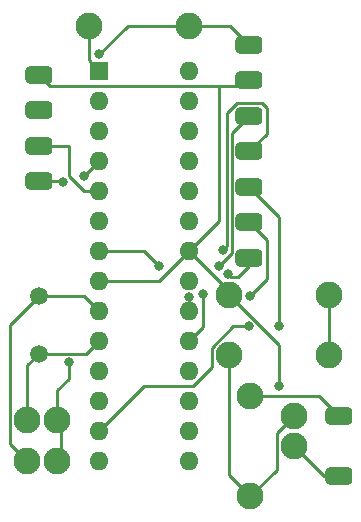
<source format=gbr>
%TF.GenerationSoftware,KiCad,Pcbnew,7.0.6-0*%
%TF.CreationDate,2023-07-24T12:55:40-04:00*%
%TF.ProjectId,Test_1_V1,54657374-5f31-45f5-9631-2e6b69636164,rev?*%
%TF.SameCoordinates,Original*%
%TF.FileFunction,Copper,L1,Top*%
%TF.FilePolarity,Positive*%
%FSLAX46Y46*%
G04 Gerber Fmt 4.6, Leading zero omitted, Abs format (unit mm)*
G04 Created by KiCad (PCBNEW 7.0.6-0) date 2023-07-24 12:55:40*
%MOMM*%
%LPD*%
G01*
G04 APERTURE LIST*
G04 Aperture macros list*
%AMRoundRect*
0 Rectangle with rounded corners*
0 $1 Rounding radius*
0 $2 $3 $4 $5 $6 $7 $8 $9 X,Y pos of 4 corners*
0 Add a 4 corners polygon primitive as box body*
4,1,4,$2,$3,$4,$5,$6,$7,$8,$9,$2,$3,0*
0 Add four circle primitives for the rounded corners*
1,1,$1+$1,$2,$3*
1,1,$1+$1,$4,$5*
1,1,$1+$1,$6,$7*
1,1,$1+$1,$8,$9*
0 Add four rect primitives between the rounded corners*
20,1,$1+$1,$2,$3,$4,$5,0*
20,1,$1+$1,$4,$5,$6,$7,0*
20,1,$1+$1,$6,$7,$8,$9,0*
20,1,$1+$1,$8,$9,$2,$3,0*%
%AMFreePoly0*
4,1,35,0.312797,1.099367,0.509479,1.023172,0.688811,0.912134,0.844687,0.770034,0.971798,0.601712,1.065816,0.412899,1.123538,0.210026,1.143000,0.000000,1.123538,-0.210026,1.065816,-0.412899,0.971798,-0.601712,0.844687,-0.770034,0.688811,-0.912134,0.509479,-1.023172,0.312797,-1.099367,0.105463,-1.138124,-0.105463,-1.138124,-0.312797,-1.099367,-0.509479,-1.023172,-0.688811,-0.912134,
-0.844687,-0.770034,-0.971798,-0.601712,-1.065816,-0.412899,-1.123538,-0.210026,-1.143000,0.000000,-1.123538,0.210026,-1.065816,0.412899,-0.971798,0.601712,-0.844687,0.770034,-0.688811,0.912134,-0.509479,1.023172,-0.312797,1.099367,-0.105463,1.138124,0.105463,1.138124,0.312797,1.099367,0.312797,1.099367,$1*%
G04 Aperture macros list end*
%TA.AperFunction,ComponentPad*%
%ADD10FreePoly0,0.000000*%
%TD*%
%TA.AperFunction,ComponentPad*%
%ADD11FreePoly0,270.000000*%
%TD*%
%TA.AperFunction,ComponentPad*%
%ADD12C,1.500000*%
%TD*%
%TA.AperFunction,ComponentPad*%
%ADD13R,1.600000X1.600000*%
%TD*%
%TA.AperFunction,ComponentPad*%
%ADD14O,1.600000X1.600000*%
%TD*%
%TA.AperFunction,SMDPad,CuDef*%
%ADD15RoundRect,0.381000X-0.762000X-0.381000X0.762000X-0.381000X0.762000X0.381000X-0.762000X0.381000X0*%
%TD*%
%TA.AperFunction,ViaPad*%
%ADD16C,0.800000*%
%TD*%
%TA.AperFunction,Conductor*%
%ADD17C,0.250000*%
%TD*%
G04 APERTURE END LIST*
D10*
%TO.P,R3,1*%
%TO.N,Earth*%
X143070000Y-111660000D03*
%TO.P,R3,2*%
%TO.N,Net-(R2-Pad2)*%
X151570000Y-111660000D03*
%TD*%
D11*
%TO.P,C1,1*%
%TO.N,Net-(U1-AVCC)*%
X148590000Y-121920000D03*
%TO.P,C1,2*%
%TO.N,Earth*%
X148590000Y-124460000D03*
%TD*%
D12*
%TO.P,16MHz1,1,1*%
%TO.N,Net-(U1-XTAL2{slash}PB7)*%
X127000000Y-116640000D03*
%TO.P,16MHz1,2,2*%
%TO.N,Net-(U1-XTAL1{slash}PB6)*%
X127000000Y-111760000D03*
%TD*%
D10*
%TO.P,C2,1*%
%TO.N,Net-(U1-XTAL1{slash}PB6)*%
X126000000Y-125730000D03*
%TO.P,C2,2*%
%TO.N,Earth*%
X128540000Y-125730000D03*
%TD*%
%TO.P,C3,1*%
%TO.N,Net-(U1-XTAL2{slash}PB7)*%
X126000000Y-122230000D03*
%TO.P,C3,2*%
%TO.N,Earth*%
X128540000Y-122230000D03*
%TD*%
%TO.P,R2,1*%
%TO.N,Net-(U1-AVCC)*%
X143070000Y-116740000D03*
%TO.P,R2,2*%
%TO.N,Net-(R2-Pad2)*%
X151570000Y-116740000D03*
%TD*%
D13*
%TO.P,U1,1,~{RESET}/PC6*%
%TO.N,Net-(U1-~{RESET}{slash}PC6)*%
X132080000Y-92695000D03*
D14*
%TO.P,U1,2,PD0*%
%TO.N,unconnected-(U1-PD0-Pad2)*%
X132080000Y-95235000D03*
%TO.P,U1,3,PD1*%
%TO.N,unconnected-(U1-PD1-Pad3)*%
X132080000Y-97775000D03*
%TO.P,U1,4,PD2*%
%TO.N,Net-(U1-PD2)*%
X132080000Y-100315000D03*
%TO.P,U1,5,PD3*%
%TO.N,Net-(U1-PD3)*%
X132080000Y-102855000D03*
%TO.P,U1,6,PD4*%
%TO.N,unconnected-(U1-PD4-Pad6)*%
X132080000Y-105395000D03*
%TO.P,U1,7,VCC*%
%TO.N,Net-(U1-AVCC)*%
X132080000Y-107935000D03*
%TO.P,U1,8,GND*%
%TO.N,Earth*%
X132080000Y-110475000D03*
%TO.P,U1,9,XTAL1/PB6*%
%TO.N,Net-(U1-XTAL1{slash}PB6)*%
X132080000Y-113015000D03*
%TO.P,U1,10,XTAL2/PB7*%
%TO.N,Net-(U1-XTAL2{slash}PB7)*%
X132080000Y-115555000D03*
%TO.P,U1,11,PD5*%
%TO.N,unconnected-(U1-PD5-Pad11)*%
X132080000Y-118095000D03*
%TO.P,U1,12,PD6*%
%TO.N,unconnected-(U1-PD6-Pad12)*%
X132080000Y-120635000D03*
%TO.P,U1,13,PD7*%
%TO.N,Net-(U1-PD7)*%
X132080000Y-123175000D03*
%TO.P,U1,14,PB0*%
%TO.N,Net-(U1-PB0)*%
X132080000Y-125715000D03*
%TO.P,U1,15,PB1*%
%TO.N,unconnected-(U1-PB1-Pad15)*%
X139700000Y-125715000D03*
%TO.P,U1,16,PB2*%
%TO.N,Net-(U1-PB2)*%
X139700000Y-123175000D03*
%TO.P,U1,17,PB3*%
%TO.N,Net-(U1-PB3)*%
X139700000Y-120635000D03*
%TO.P,U1,18,PB4*%
%TO.N,unconnected-(U1-PB4-Pad18)*%
X139700000Y-118095000D03*
%TO.P,U1,19,PB5*%
%TO.N,Net-(U1-PB5)*%
X139700000Y-115555000D03*
%TO.P,U1,20,AVCC*%
%TO.N,Net-(U1-AVCC)*%
X139700000Y-113015000D03*
%TO.P,U1,21,AREF*%
%TO.N,unconnected-(U1-AREF-Pad21)*%
X139700000Y-110475000D03*
%TO.P,U1,22,GND*%
%TO.N,Earth*%
X139700000Y-107935000D03*
%TO.P,U1,23,PC0*%
%TO.N,unconnected-(U1-PC0-Pad23)*%
X139700000Y-105395000D03*
%TO.P,U1,24,PC1*%
%TO.N,unconnected-(U1-PC1-Pad24)*%
X139700000Y-102855000D03*
%TO.P,U1,25,PC2*%
%TO.N,unconnected-(U1-PC2-Pad25)*%
X139700000Y-100315000D03*
%TO.P,U1,26,PC3*%
%TO.N,unconnected-(U1-PC3-Pad26)*%
X139700000Y-97775000D03*
%TO.P,U1,27,PC4*%
%TO.N,unconnected-(U1-PC4-Pad27)*%
X139700000Y-95235000D03*
%TO.P,U1,28,PC5*%
%TO.N,unconnected-(U1-PC5-Pad28)*%
X139700000Y-92695000D03*
%TD*%
D15*
%TO.P,U3,1,VCC*%
%TO.N,Net-(U1-AVCC)*%
X144780000Y-90520000D03*
%TO.P,U3,2,GND*%
%TO.N,Earth*%
X144780000Y-93520000D03*
%TO.P,U3,3,DIN*%
%TO.N,Net-(U1-PB3)*%
X144780000Y-96520000D03*
%TO.P,U3,4,CLK*%
%TO.N,Net-(U1-PB5)*%
X144780000Y-99520000D03*
%TO.P,U3,5,CS*%
%TO.N,Net-(U1-PB2)*%
X144780000Y-102520000D03*
%TO.P,U3,6,DC*%
%TO.N,Net-(U1-PD7)*%
X144780000Y-105520000D03*
%TO.P,U3,7,RST*%
%TO.N,Net-(U1-PB0)*%
X144780000Y-108520000D03*
%TD*%
%TO.P,U2,4,TXD*%
%TO.N,Net-(U1-PD2)*%
X127000000Y-102060000D03*
%TO.P,U2,3,RXD*%
%TO.N,Net-(U1-PD3)*%
X127000000Y-99060000D03*
%TO.P,U2,2,VCC*%
%TO.N,Net-(U1-AVCC)*%
X127000000Y-96060000D03*
%TO.P,U2,1,GND*%
%TO.N,Earth*%
X127000000Y-93060000D03*
%TD*%
D11*
%TO.P,R1,1*%
%TO.N,Net-(U4-VCC)*%
X144880000Y-120210000D03*
%TO.P,R1,2*%
%TO.N,Net-(U1-AVCC)*%
X144880000Y-128710000D03*
%TD*%
D15*
%TO.P,U4,1,VCC*%
%TO.N,Net-(U4-VCC)*%
X152400000Y-121920000D03*
%TO.P,U4,2,GND*%
%TO.N,Earth*%
X152400000Y-127000000D03*
%TD*%
D10*
%TO.P,R4,1*%
%TO.N,Net-(U1-~{RESET}{slash}PC6)*%
X131200000Y-88900000D03*
%TO.P,R4,2*%
%TO.N,Net-(U1-AVCC)*%
X139700000Y-88900000D03*
%TD*%
D16*
%TO.N,Net-(U1-PD2)*%
X130772205Y-101622794D03*
X129027700Y-102112300D03*
%TO.N,Earth*%
X147320000Y-119380000D03*
X129540000Y-117364500D03*
%TO.N,Net-(U1-PD7)*%
X144809531Y-111761727D03*
X144732701Y-114347299D03*
%TO.N,Net-(U1-PB2)*%
X147320000Y-114300000D03*
%TO.N,Net-(U1-PB3)*%
X142240000Y-109220000D03*
%TO.N,Net-(U1-PB5)*%
X142530649Y-107904753D03*
X140877500Y-111577561D03*
%TO.N,Net-(U1-PB0)*%
X142951448Y-109922031D03*
%TO.N,Net-(U1-AVCC)*%
X139700000Y-111874503D03*
X137160000Y-109220000D03*
X132080000Y-91295498D03*
%TD*%
D17*
%TO.N,Net-(U1-PD2)*%
X132080000Y-100315000D02*
X130772205Y-101622794D01*
%TO.N,Net-(U1-AVCC)*%
X148590000Y-121920000D02*
X147122000Y-123388000D01*
X147122000Y-123388000D02*
X147122000Y-126468000D01*
X147122000Y-126468000D02*
X144880000Y-128710000D01*
%TO.N,Net-(U1-~{RESET}{slash}PC6)*%
X131200000Y-88900000D02*
X131200000Y-91815000D01*
X131200000Y-91815000D02*
X132080000Y-92695000D01*
%TO.N,Net-(U1-PD2)*%
X127000000Y-102060000D02*
X128975400Y-102060000D01*
X128975400Y-102060000D02*
X129027700Y-102112300D01*
%TO.N,Net-(U1-PD3)*%
X129540000Y-99060000D02*
X129540000Y-101600000D01*
X130795000Y-102855000D02*
X132080000Y-102855000D01*
X127000000Y-99060000D02*
X129540000Y-99060000D01*
X129540000Y-101600000D02*
X130795000Y-102855000D01*
%TO.N,Earth*%
X129540000Y-118754009D02*
X129540000Y-117364500D01*
X147320000Y-115910000D02*
X147320000Y-119380000D01*
X142240000Y-93980000D02*
X144320000Y-93980000D01*
X127920000Y-93980000D02*
X127000000Y-93060000D01*
X128540000Y-122230000D02*
X128540000Y-119754009D01*
X128850000Y-122540000D02*
X128540000Y-122230000D01*
X152400000Y-127000000D02*
X151130000Y-127000000D01*
X139700000Y-107935000D02*
X142240000Y-105395000D01*
X144320000Y-93980000D02*
X144780000Y-93520000D01*
X143070000Y-111305000D02*
X143070000Y-111660000D01*
X151130000Y-127000000D02*
X148590000Y-124460000D01*
X128540000Y-119754009D02*
X129540000Y-118754009D01*
X143070000Y-111660000D02*
X147320000Y-115910000D01*
X139700000Y-107935000D02*
X143070000Y-111305000D01*
X128540000Y-125730000D02*
X128850000Y-125420000D01*
X128850000Y-125420000D02*
X128850000Y-122540000D01*
X137160000Y-110475000D02*
X139700000Y-107935000D01*
X142240000Y-93980000D02*
X127920000Y-93980000D01*
X132080000Y-110475000D02*
X137160000Y-110475000D01*
X142240000Y-105395000D02*
X142240000Y-93980000D01*
%TO.N,Net-(U1-XTAL1{slash}PB6)*%
X124532000Y-114228000D02*
X127000000Y-111760000D01*
X124532000Y-124262000D02*
X124532000Y-114228000D01*
X127000000Y-111760000D02*
X130825000Y-111760000D01*
X126000000Y-125730000D02*
X124532000Y-124262000D01*
X130825000Y-111760000D02*
X132080000Y-113015000D01*
%TO.N,Net-(U1-XTAL2{slash}PB7)*%
X126000000Y-117640000D02*
X127000000Y-116640000D01*
X127000000Y-116640000D02*
X130995000Y-116640000D01*
X126000000Y-122230000D02*
X126000000Y-117640000D01*
X130995000Y-116640000D02*
X132080000Y-115555000D01*
%TO.N,Net-(U1-PD7)*%
X141602000Y-116131934D02*
X141602000Y-117783991D01*
X143386635Y-114347299D02*
X141602000Y-116131934D01*
X140005991Y-119380000D02*
X135875000Y-119380000D01*
X146248000Y-106988000D02*
X146248000Y-110323258D01*
X146248000Y-110323258D02*
X144809531Y-111761727D01*
X141602000Y-117783991D02*
X140005991Y-119380000D01*
X144780000Y-105520000D02*
X146248000Y-106988000D01*
X144732701Y-114347299D02*
X143386635Y-114347299D01*
X135875000Y-119380000D02*
X132080000Y-123175000D01*
%TO.N,Net-(U1-PB2)*%
X147320000Y-105060000D02*
X147320000Y-114300000D01*
X144780000Y-102520000D02*
X147320000Y-105060000D01*
%TO.N,Net-(U1-PB3)*%
X143312000Y-108148000D02*
X142240000Y-109220000D01*
X144780000Y-96520000D02*
X143312000Y-97988000D01*
X143312000Y-97988000D02*
X143312000Y-108148000D01*
%TO.N,Net-(U1-PB5)*%
X144780000Y-99520000D02*
X146248000Y-98052000D01*
X140877500Y-114377500D02*
X139700000Y-115555000D01*
X140877500Y-111577561D02*
X140877500Y-114377500D01*
X146248000Y-95846565D02*
X145834435Y-95433000D01*
X145834435Y-95433000D02*
X143725565Y-95433000D01*
X143725565Y-95433000D02*
X142862000Y-96296565D01*
X142862000Y-96296565D02*
X142862000Y-107573402D01*
X142862000Y-107573402D02*
X142530649Y-107904753D01*
X146248000Y-98052000D02*
X146248000Y-95846565D01*
%TO.N,Net-(U4-VCC)*%
X150690000Y-120210000D02*
X144880000Y-120210000D01*
X152400000Y-121920000D02*
X150690000Y-120210000D01*
%TO.N,Net-(U1-PB0)*%
X143221417Y-110192000D02*
X142951448Y-109922031D01*
X144780000Y-109220000D02*
X143808000Y-110192000D01*
X143808000Y-110192000D02*
X143221417Y-110192000D01*
X144780000Y-108520000D02*
X144780000Y-109220000D01*
%TO.N,Net-(R2-Pad2)*%
X151570000Y-116740000D02*
X151570000Y-111660000D01*
%TO.N,Net-(U1-AVCC)*%
X139700000Y-88900000D02*
X143160000Y-88900000D01*
X139700000Y-113015000D02*
X139700000Y-111874503D01*
X143070000Y-126900000D02*
X143070000Y-116740000D01*
X144880000Y-128710000D02*
X143070000Y-126900000D01*
X132080000Y-107935000D02*
X135875000Y-107935000D01*
X143160000Y-88900000D02*
X144780000Y-90520000D01*
X134475498Y-88900000D02*
X132080000Y-91295498D01*
X139700000Y-88900000D02*
X134475498Y-88900000D01*
X135875000Y-107935000D02*
X137160000Y-109220000D01*
%TD*%
M02*

</source>
